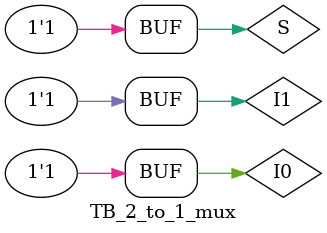
<source format=v>

module TB_2_to_1_mux();
wire Y; reg I0, I1; reg S;

//triggering Test Bench for Behavioural Modelling
mux_2_to_1_beh trigger_behaviouralModelling(Y, I0, I1, S);

initial
begin
I0 = 1'b0; I1 = 1'b0; S = 1'b0;
#100;
I0 = 1'b1; I1 = 1'b1; S = 1'b1;
end
endmodule
</source>
